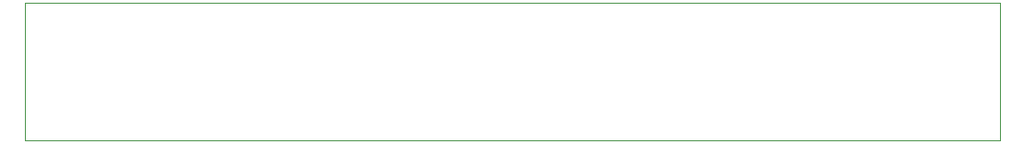
<source format=gbr>
G04 #@! TF.GenerationSoftware,KiCad,Pcbnew,5.1.2*
G04 #@! TF.CreationDate,2019-08-19T17:44:21-07:00*
G04 #@! TF.ProjectId,Prototype-PCB,50726f74-6f74-4797-9065-2d5043422e6b,rev?*
G04 #@! TF.SameCoordinates,Original*
G04 #@! TF.FileFunction,Profile,NP*
%FSLAX46Y46*%
G04 Gerber Fmt 4.6, Leading zero omitted, Abs format (unit mm)*
G04 Created by KiCad (PCBNEW 5.1.2) date 2019-08-19 17:44:21*
%MOMM*%
%LPD*%
G04 APERTURE LIST*
%ADD10C,0.050000*%
G04 APERTURE END LIST*
D10*
X92456000Y-107950000D02*
X181864000Y-107950000D01*
X181864000Y-107950000D02*
X181864000Y-95377000D01*
X181864000Y-95377000D02*
X92456000Y-95377000D01*
X92456000Y-95377000D02*
X92456000Y-107950000D01*
M02*

</source>
